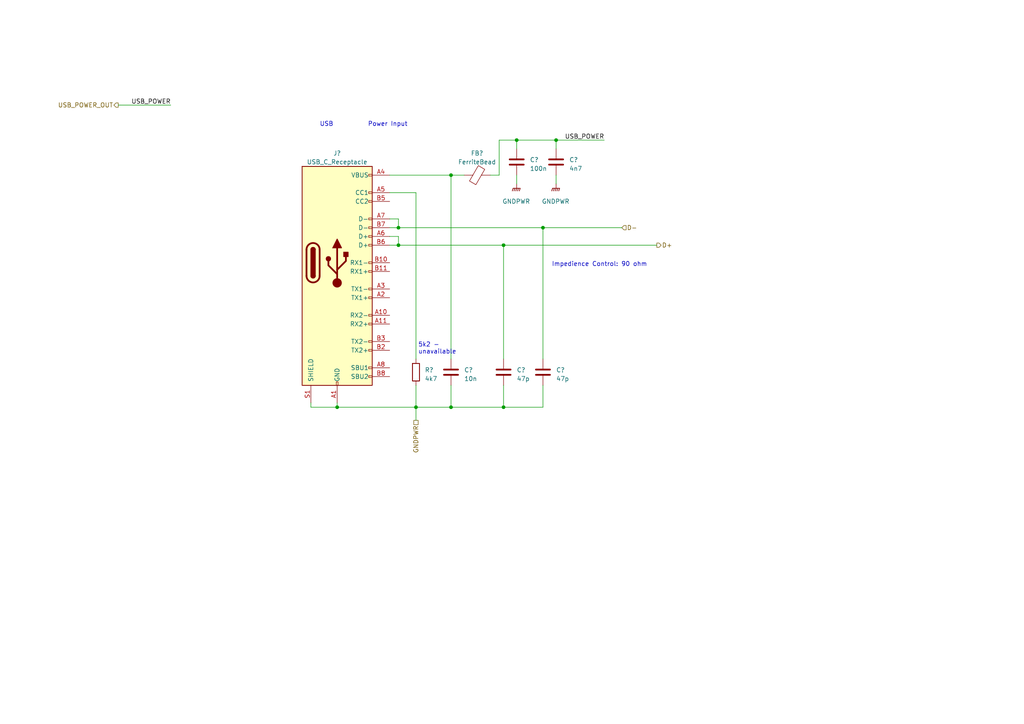
<source format=kicad_sch>
(kicad_sch (version 20230121) (generator eeschema)
  (paper "A4")
  (lib_symbols
    (symbol "000_Capacitor_Film_Immo:100n" (pin_numbers hide) (pin_names (offset 0.254))
      (property "Reference" "C" (at 0.635 2.54 0))
      (property "Value" "100n" (at 0.635 -2.54 0))
      (symbol "100n_0_1"
        (polyline (pts (xy -2.032 -0.762) (xy 2.032 -0.762)) (stroke (width 0.508)))
        (polyline (pts (xy -2.032 0.762) (xy 2.032 0.762)) (stroke (width 0.508)))
      )
      (symbol "100n_1_1"
        (pin passive line (at 0 3.81 270) (length 2.794) (name "~") (number "1"))
        (pin passive line (at 0 -3.81 90) (length 2.794) (name "~") (number "2"))
      )
    )
    (symbol "000_Capacitor_Film_Immo:10n_MLCC" (pin_numbers hide) (pin_names (offset 0.254))
      (property "Reference" "C" (at 0.635 2.54 0))
      (property "Value" "10n_MLCC" (at 0.635 -2.54 0))
      (symbol "10n_MLCC_0_1"
        (polyline (pts (xy -2.032 -0.762) (xy 2.032 -0.762)) (stroke (width 0.508)))
        (polyline (pts (xy -2.032 0.762) (xy 2.032 0.762)) (stroke (width 0.508)))
      )
      (symbol "10n_MLCC_1_1"
        (pin passive line (at 0 3.81 270) (length 2.794) (name "~") (number "1"))
        (pin passive line (at 0 -3.81 90) (length 2.794) (name "~") (number "2"))
      )
    )
    (symbol "000_Capacitor_Film_Immo:47p_MLCC" (pin_numbers hide) (pin_names (offset 0.254))
      (property "Reference" "C" (at 0.635 2.54 0))
      (property "Value" "47p_MLCC" (at 0.635 -2.54 0))
      (symbol "47p_MLCC_0_1"
        (polyline (pts (xy -2.032 -0.762) (xy 2.032 -0.762)) (stroke (width 0.508)))
        (polyline (pts (xy -2.032 0.762) (xy 2.032 0.762)) (stroke (width 0.508)))
      )
      (symbol "47p_MLCC_1_1"
        (pin passive line (at 0 3.81 270) (length 2.794) (name "~") (number "1"))
        (pin passive line (at 0 -3.81 90) (length 2.794) (name "~") (number "2"))
      )
    )
    (symbol "000_Capacitor_Film_Immo:4n7_MLCC" (pin_numbers hide) (pin_names (offset 0.254))
      (property "Reference" "C" (at 0.635 2.54 0))
      (property "Value" "4n7_MLCC" (at 0.635 -2.54 0))
      (symbol "4n7_MLCC_0_1"
        (polyline (pts (xy -2.032 -0.762) (xy 2.032 -0.762)) (stroke (width 0.508)))
        (polyline (pts (xy -2.032 0.762) (xy 2.032 0.762)) (stroke (width 0.508)))
      )
      (symbol "4n7_MLCC_1_1"
        (pin passive line (at 0 3.81 270) (length 2.794) (name "~") (number "1"))
        (pin passive line (at 0 -3.81 90) (length 2.794) (name "~") (number "2"))
      )
    )
    (symbol "000_Connectors_Immo:USB_C_Receptacle" (pin_names (offset 1.016))
      (property "Reference" "J" (at -10.16 29.21 0))
      (property "Value" "USB_C_Receptacle" (at 10.16 29.21 0))
      (symbol "USB_C_Receptacle_0_0"
        (rectangle (start -0.254 -35.56) (end 0.254 -34.544))
        (rectangle (start 10.16 -32.766) (end 9.144 -33.274))
        (rectangle (start 10.16 -30.226) (end 9.144 -30.734))
        (rectangle (start 10.16 -25.146) (end 9.144 -25.654))
        (rectangle (start 10.16 -22.606) (end 9.144 -23.114))
        (rectangle (start 10.16 -17.526) (end 9.144 -18.034))
        (rectangle (start 10.16 -14.986) (end 9.144 -15.494))
        (rectangle (start 10.16 -9.906) (end 9.144 -10.414))
        (rectangle (start 10.16 -7.366) (end 9.144 -7.874))
        (rectangle (start 10.16 -2.286) (end 9.144 -2.794))
        (rectangle (start 10.16 0.254) (end 9.144 -0.254))
        (rectangle (start 10.16 5.334) (end 9.144 4.826))
        (rectangle (start 10.16 7.874) (end 9.144 7.366))
        (rectangle (start 10.16 10.414) (end 9.144 9.906))
        (rectangle (start 10.16 12.954) (end 9.144 12.446))
        (rectangle (start 10.16 18.034) (end 9.144 17.526))
        (rectangle (start 10.16 20.574) (end 9.144 20.066))
        (rectangle (start 10.16 25.654) (end 9.144 25.146))
      )
      (symbol "USB_C_Receptacle_0_1"
        (rectangle (start -10.16 27.94) (end 10.16 -35.56) (stroke (width 0.254)) (fill (type background)))
        (arc (start -8.89 -3.81) (mid -6.985 -5.7067) (end -5.08 -3.81) (stroke (width 0.508)))
        (arc (start -7.62 -3.81) (mid -6.985 -4.4423) (end -6.35 -3.81) (stroke (width 0.254)))
        (arc (start -7.62 -3.81) (mid -6.985 -4.4423) (end -6.35 -3.81) (stroke (width 0.254)) (fill (type outline)))
        (rectangle (start -7.62 -3.81) (end -6.35 3.81) (stroke (width 0.254)) (fill (type outline)))
        (arc (start -6.35 3.81) (mid -6.985 4.4423) (end -7.62 3.81) (stroke (width 0.254)))
        (arc (start -6.35 3.81) (mid -6.985 4.4423) (end -7.62 3.81) (stroke (width 0.254)) (fill (type outline)))
        (arc (start -5.08 3.81) (mid -6.985 5.7067) (end -8.89 3.81) (stroke (width 0.508)))
        (polyline (pts (xy -8.89 -3.81) (xy -8.89 3.81)) (stroke (width 0.508)))
        (polyline (pts (xy -5.08 3.81) (xy -5.08 -3.81)) (stroke (width 0.508)))
      )
      (symbol "USB_C_Receptacle_1_1"
        (circle (center -2.54 1.143) (radius 0.635) (stroke (width 0.254)) (fill (type outline)))
        (circle (center 0 -5.842) (radius 1.27) (fill (type outline)))
        (polyline (pts (xy 0 -5.842) (xy 0 4.318)) (stroke (width 0.508)))
        (polyline (pts (xy 0 -3.302) (xy -2.54 -0.762) (xy -2.54 0.508)) (stroke (width 0.508)))
        (polyline (pts (xy 0 -2.032) (xy 2.54 0.508) (xy 2.54 1.778)) (stroke (width 0.508)))
        (polyline (pts (xy -1.27 4.318) (xy 0 6.858) (xy 1.27 4.318) (xy -1.27 4.318)) (stroke (width 0.254)) (fill (type outline)))
        (rectangle (start 1.905 1.778) (end 3.175 3.048) (stroke (width 0.254)) (fill (type outline)))
        (pin passive line (at 0 -40.64 90) (length 5.08) (name "GND") (number "A1"))
        (pin bidirectional line (at 15.24 -15.24 180) (length 5.08) (name "RX2-") (number "A10"))
        (pin bidirectional line (at 15.24 -17.78 180) (length 5.08) (name "RX2+") (number "A11"))
        (pin passive line (at 0 -40.64 90) (length 5.08) hide (name "GND") (number "A12"))
        (pin bidirectional line (at 15.24 -10.16 180) (length 5.08) (name "TX1+") (number "A2"))
        (pin bidirectional line (at 15.24 -7.62 180) (length 5.08) (name "TX1-") (number "A3"))
        (pin passive line (at 15.24 25.4 180) (length 5.08) (name "VBUS") (number "A4"))
        (pin bidirectional line (at 15.24 20.32 180) (length 5.08) (name "CC1") (number "A5"))
        (pin bidirectional line (at 15.24 7.62 180) (length 5.08) (name "D+") (number "A6"))
        (pin bidirectional line (at 15.24 12.7 180) (length 5.08) (name "D-") (number "A7"))
        (pin bidirectional line (at 15.24 -30.48 180) (length 5.08) (name "SBU1") (number "A8"))
        (pin passive line (at 15.24 25.4 180) (length 5.08) hide (name "VBUS") (number "A9"))
        (pin passive line (at 0 -40.64 90) (length 5.08) hide (name "GND") (number "B1"))
        (pin bidirectional line (at 15.24 0 180) (length 5.08) (name "RX1-") (number "B10"))
        (pin bidirectional line (at 15.24 -2.54 180) (length 5.08) (name "RX1+") (number "B11"))
        (pin passive line (at 0 -40.64 90) (length 5.08) hide (name "GND") (number "B12"))
        (pin bidirectional line (at 15.24 -25.4 180) (length 5.08) (name "TX2+") (number "B2"))
        (pin bidirectional line (at 15.24 -22.86 180) (length 5.08) (name "TX2-") (number "B3"))
        (pin passive line (at 15.24 25.4 180) (length 5.08) hide (name "VBUS") (number "B4"))
        (pin bidirectional line (at 15.24 17.78 180) (length 5.08) (name "CC2") (number "B5"))
        (pin bidirectional line (at 15.24 5.08 180) (length 5.08) (name "D+") (number "B6"))
        (pin bidirectional line (at 15.24 10.16 180) (length 5.08) (name "D-") (number "B7"))
        (pin bidirectional line (at 15.24 -33.02 180) (length 5.08) (name "SBU2") (number "B8"))
        (pin passive line (at 15.24 25.4 180) (length 5.08) hide (name "VBUS") (number "B9"))
        (pin passive line (at -7.62 -40.64 90) (length 5.08) (name "SHIELD") (number "S1"))
      )
    )
    (symbol "000_Resistors_Immo:4k7" (pin_numbers hide) (pin_names (offset 0))
      (property "Reference" "R?" (at -2.54 3.81 0))
      (property "Value" "4k7" (at -5.08 2.54 0))
      (symbol "4k7_0_1"
        (rectangle (start 2.54 -1.016) (end -2.54 1.016) (stroke (width 0.254)))
      )
      (symbol "4k7_1_1"
        (pin passive line (at -3.81 0 0) (length 1.27) (name "~") (number "1"))
        (pin passive line (at 3.81 0 180) (length 1.27) (name "~") (number "2"))
      )
    )
    (symbol "000_inductors_immo:FerriteBead" (pin_numbers hide) (pin_names (offset 0))
      (property "Reference" "FB" (at -3.81 0.635 90))
      (property "Value" "FerriteBead" (at 3.81 0 90))
      (symbol "FerriteBead_0_1"
        (polyline (pts (xy 0 -1.27) (xy 0 -1.2192)))
        (polyline (pts (xy 0 1.27) (xy 0 1.2954)))
        (polyline (pts (xy -2.7686 0.4064) (xy -1.7018 2.2606) (xy 2.7686 -0.3048) (xy 1.6764 -2.159) (xy -2.7686 0.4064)))
      )
      (symbol "FerriteBead_1_1"
        (pin passive line (at 0 3.81 270) (length 2.54) (name "~") (number "1"))
        (pin passive line (at 0 -3.81 90) (length 2.54) (name "~") (number "2"))
      )
    )
    (symbol "power:GNDPWR" (power) (pin_names (offset 0))
      (property "Value" "GNDPWR" (at 0 -3.302 0))
      (symbol "GNDPWR_0_1"
        (polyline (pts (xy 0 -1.27) (xy 0 0)))
        (polyline (pts (xy -1.016 -1.27) (xy -1.27 -2.032) (xy -1.27 -2.032)) (stroke (width 0.2032)))
        (polyline (pts (xy -0.508 -1.27) (xy -0.762 -2.032) (xy -0.762 -2.032)) (stroke (width 0.2032)))
        (polyline (pts (xy 0 -1.27) (xy -0.254 -2.032) (xy -0.254 -2.032)) (stroke (width 0.2032)))
        (polyline (pts (xy 0.508 -1.27) (xy 0.254 -2.032) (xy 0.254 -2.032)) (stroke (width 0.2032)))
        (polyline (pts (xy 1.016 -1.27) (xy -1.016 -1.27) (xy -1.016 -1.27)) (stroke (width 0.2032)))
        (polyline (pts (xy 1.016 -1.27) (xy 0.762 -2.032) (xy 0.762 -2.032) (xy 0.762 -2.032)) (stroke (width 0.2032)))
      )
      (symbol "GNDPWR_1_1"
        (pin power_in line (at 0 0 270) (length 0) hide (name "GNDPWR") (number "1"))
      )
    )
  )
  (junction (at 115.57 71.12))
  (junction (at 120.65 118.11))
  (junction (at 130.81 50.8))
  (junction (at 146.05 71.12))
  (junction (at 157.48 66.04))
  (junction (at 115.57 66.04))
  (junction (at 97.79 118.11))
  (junction (at 161.29 40.64))
  (junction (at 130.81 118.11))
  (junction (at 146.05 118.11))
  (junction (at 149.86 40.64))
  (wire (pts (xy 146.05 111.76) (xy 146.05 118.11)))
  (wire (pts (xy 149.86 40.64) (xy 161.29 40.64)))
  (wire (pts (xy 130.81 118.11) (xy 130.81 111.76)))
  (wire (pts (xy 146.05 71.12) (xy 146.05 104.14)))
  (wire (pts (xy 146.05 118.11) (xy 130.81 118.11)))
  (wire (pts (xy 161.29 50.8) (xy 161.29 53.34)))
  (wire (pts (xy 34.29 30.48) (xy 49.53 30.48)))
  (wire (pts (xy 146.05 71.12) (xy 190.5 71.12)))
  (wire (pts (xy 113.03 71.12) (xy 115.57 71.12)))
  (wire (pts (xy 120.65 104.14) (xy 120.65 55.88)))
  (wire (pts (xy 144.78 40.64) (xy 149.86 40.64)))
  (wire (pts (xy 113.03 50.8) (xy 130.81 50.8)))
  (wire (pts (xy 113.03 68.58) (xy 115.57 68.58)))
  (wire (pts (xy 161.29 40.64) (xy 175.26 40.64)))
  (wire (pts (xy 115.57 66.04) (xy 115.57 63.5)))
  (wire (pts (xy 149.86 50.8) (xy 149.86 53.34)))
  (wire (pts (xy 115.57 71.12) (xy 146.05 71.12)))
  (wire (pts (xy 97.79 118.11) (xy 90.17 118.11)))
  (wire (pts (xy 157.48 66.04) (xy 157.48 104.14)))
  (wire (pts (xy 144.78 40.64) (xy 144.78 50.8)))
  (wire (pts (xy 115.57 68.58) (xy 115.57 71.12)))
  (wire (pts (xy 157.48 66.04) (xy 180.34 66.04)))
  (wire (pts (xy 149.86 40.64) (xy 149.86 43.18)))
  (wire (pts (xy 90.17 118.11) (xy 90.17 116.84)))
  (wire (pts (xy 113.03 63.5) (xy 115.57 63.5)))
  (wire (pts (xy 97.79 116.84) (xy 97.79 118.11)))
  (wire (pts (xy 120.65 111.76) (xy 120.65 118.11)))
  (wire (pts (xy 97.79 118.11) (xy 120.65 118.11)))
  (wire (pts (xy 120.65 118.11) (xy 130.81 118.11)))
  (wire (pts (xy 120.65 118.11) (xy 120.65 121.92)))
  (wire (pts (xy 130.81 50.8) (xy 134.62 50.8)))
  (wire (pts (xy 142.24 50.8) (xy 144.78 50.8)))
  (wire (pts (xy 130.81 50.8) (xy 130.81 104.14)))
  (wire (pts (xy 120.65 55.88) (xy 113.03 55.88)))
  (wire (pts (xy 157.48 111.76) (xy 157.48 118.11)))
  (wire (pts (xy 161.29 43.18) (xy 161.29 40.64)))
  (wire (pts (xy 113.03 66.04) (xy 115.57 66.04)))
  (wire (pts (xy 157.48 118.11) (xy 146.05 118.11)))
  (wire (pts (xy 115.57 66.04) (xy 157.48 66.04)))
  (text "Impedience Control: 90 ohm" (at 160.02 77.47 0) (effects (font (size 1.27 1.27)) (justify left bottom)))
  (text "5k2 -\nunavailable" (at 121.285 102.87 0) (effects (font (size 1.27 1.27)) (justify left bottom)))
  (text "Power Input" (at 106.68 36.83 0) (effects (font (size 1.27 1.27)) (justify left bottom)))
  (text "USB" (at 92.71 36.83 0) (effects (font (size 1.27 1.27)) (justify left bottom)))
  (label "USB_POWER" (at 175.26 40.64 180))
  (label "USB_POWER" (at 49.53 30.48 180))
  (hierarchical_label "USB_POWER_OUT" (shape output) (at 34.29 30.48 180))
  (hierarchical_label "GNDPWR" (shape passive) (at 120.65 121.92 270))
  (hierarchical_label "D-" (shape input) (at 180.34 66.04 0))
  (hierarchical_label "D+" (shape output) (at 190.5 71.12 0))
  (symbol (lib_id "000_Connectors_Immo:USB_C_Receptacle") (at 97.79 76.2 0) (unit 1)
    (property "Reference" "J?" (at 97.79 44.45 0))
    (property "Value" "USB_C_Receptacle" (at 97.79 46.99 0))
    (property "Footprint" "Connector_USB:USB_C_Receptacle_Molex_105450-0101" (effects hide))
    (property "Datasheet" "https://www.usb.org/sites/default/files/documents/usb_type-c.zip" (effects hide))
    (property "JLCpart" "C134092" (effects hide))
    (property "Cost" "0.6619" (effects hide))
    (instances (project "ImogenWren" (path "" (reference "J?") (unit 1)) (path "" (reference "J8") (unit 1))))
  )
  (symbol (lib_id "000_Capacitor_Film_Immo:10n_MLCC") (at 130.81 107.95 0) (unit 1)
    (property "Reference" "C?" (at 134.62 107.315 0) (effects (justify left)))
    (property "Value" "10n" (at 134.62 109.855 0) (effects (justify left)))
    (property "Footprint" "000_Capacitors_Immo:C_0805_2012_HandSolder_kawaii" (effects hide))
    (property "JLCpart" "C83170" (effects hide))
    (property "Cost" "0.0051" (effects hide))
    (instances (project "ImogenWren" (path "" (reference "C?") (unit 1)) (path "" (reference "C8") (unit 1))))
  )
  (symbol (lib_id "000_Resistors_Immo:4k7") (at 120.65 107.95 90) (unit 1)
    (property "Reference" "R?" (at 123.19 107.315 90) (effects (justify right)))
    (property "Value" "4k7" (at 123.19 109.855 90) (effects (justify right)))
    (property "Footprint" "Resistor_SMD:R_0805_2012Metric_Pad1.20x1.40mm_HandSolder" (effects hide))
    (property "JLCpart" "C5140142" (effects hide))
    (property "Cost" "0.002" (effects hide))
    (instances (project "ImogenWren" (path "" (reference "R?") (unit 1)) (path "" (reference "R12") (unit 1))))
  )
  (symbol (lib_id "power:GNDPWR") (at 149.86 53.34 0) (unit 1)
    (property "Reference" "#PWR?" (effects hide))
    (property "Value" "GNDPWR" (at 149.733 58.42 0))
    (instances (project "ImogenWren" (path "" (reference "#PWR?") (unit 1)) (path "" (reference "#PWR06") (unit 1))))
  )
  (symbol (lib_id "000_inductors_immo:FerriteBead") (at 138.43 50.8 90) (unit 1)
    (property "Reference" "FB?" (at 138.3792 44.45 90))
    (property "Value" "FerriteBead" (at 138.3792 46.99 90))
    (property "Footprint" "Inductor_SMD:L_0805_2012Metric_Pad1.05x1.20mm_HandSolder" (effects hide))
    (property "JLCpart" "C845115" (effects hide))
    (property "Cost" "0.558" (effects hide))
    (instances (project "ImogenWren" (path "" (reference "FB?") (unit 1)) (path "" (reference "FB1") (unit 1))))
  )
  (symbol (lib_id "power:GNDPWR") (at 161.29 53.34 0) (unit 1)
    (property "Reference" "#PWR?" (effects hide))
    (property "Value" "GNDPWR" (at 161.163 58.42 0))
    (instances (project "ImogenWren" (path "" (reference "#PWR?") (unit 1)) (path "" (reference "#PWR07") (unit 1))))
  )
  (symbol (lib_id "000_Capacitor_Film_Immo:100n") (at 149.86 46.99 0) (unit 1)
    (property "Reference" "C?" (at 153.67 46.355 0) (effects (justify left)))
    (property "Value" "100n" (at 153.67 48.895 0) (effects (justify left)))
    (property "Footprint" "000_Capacitors_Immo:C_0805_2012_HandSolder_kawaii" (effects hide))
    (property "JLCpart" "C779975" (effects hide))
    (property "Cost" "0.02" (effects hide))
    (instances (project "ImogenWren" (path "" (reference "C?") (unit 1)) (path "" (reference "C10") (unit 1))))
  )
  (symbol (lib_id "000_Capacitor_Film_Immo:47p_MLCC") (at 157.48 107.95 0) (unit 1)
    (property "Reference" "C?" (at 161.29 107.315 0) (effects (justify left)))
    (property "Value" "47p" (at 161.29 109.855 0) (effects (justify left)))
    (property "Footprint" "000_Capacitors_Immo:C_0805_2012_HandSolder_kawaii" (effects hide))
    (property "JLCpart" "C24659" (effects hide))
    (property "Cost" "0.0056" (effects hide))
    (instances (project "ImogenWren" (path "" (reference "C?") (unit 1)) (path "" (reference "C11") (unit 1))))
  )
  (symbol (lib_id "000_Capacitor_Film_Immo:47p_MLCC") (at 146.05 107.95 0) (unit 1)
    (property "Reference" "C?" (at 149.86 107.315 0) (effects (justify left)))
    (property "Value" "47p" (at 149.86 109.855 0) (effects (justify left)))
    (property "Footprint" "000_Capacitors_Immo:C_0805_2012_HandSolder_kawaii" (effects hide))
    (property "JLCpart" "C24659" (effects hide))
    (property "Cost" "0.0056" (effects hide))
    (instances (project "ImogenWren" (path "" (reference "C?") (unit 1)) (path "" (reference "C9") (unit 1))))
  )
  (symbol (lib_id "000_Capacitor_Film_Immo:4n7_MLCC") (at 161.29 46.99 0) (unit 1)
    (property "Reference" "C?" (at 165.1 46.355 0) (effects (justify left)))
    (property "Value" "4n7" (at 165.1 48.895 0) (effects (justify left)))
    (property "Footprint" "000_Capacitors_Immo:C_0805_2012_HandSolder_kawaii" (effects hide))
    (property "JLCpart" "C2915753" (effects hide))
    (property "Cost" "0.0118" (effects hide))
    (instances (project "ImogenWren" (path "" (reference "C?") (unit 1)) (path "" (reference "C12") (unit 1))))
  )
)
</source>
